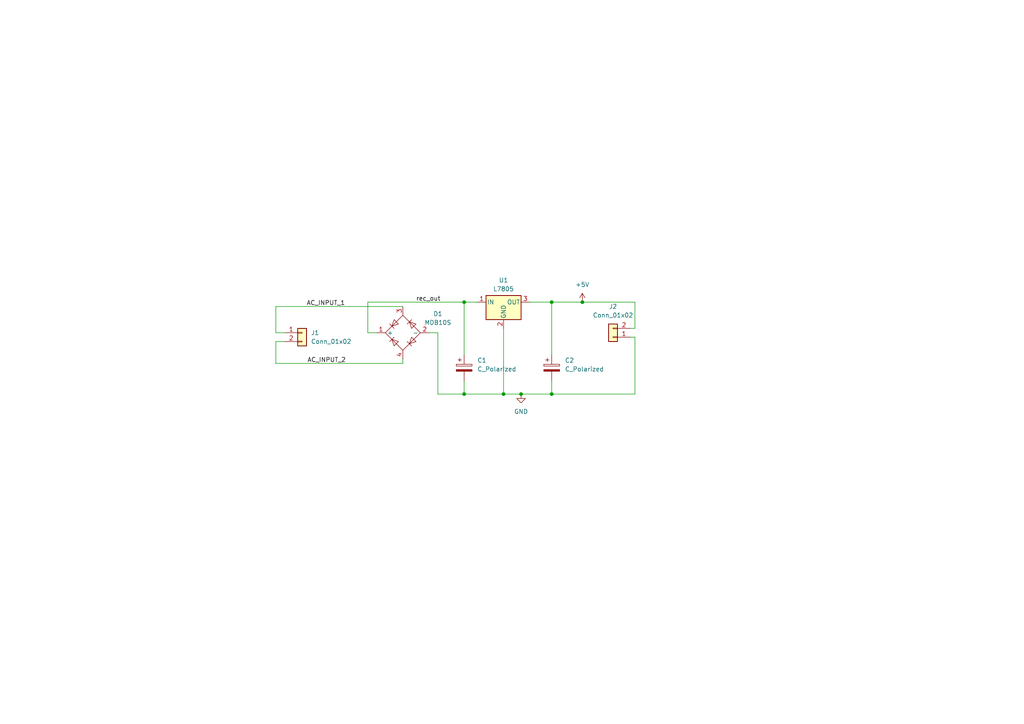
<source format=kicad_sch>
(kicad_sch (version 20231120) (generator "eeschema") (generator_version "8.0")
  (paper "A4")
  (lib_symbols
    (symbol "Connector_Generic:Conn_01x02" (pin_names (offset 1.016) hide)
      (property "Reference" "J" (at 0 2.54 0))
      (property "Value" "Conn_01x02" (at 0 -5.08 0))
      (symbol "Conn_01x02_1_1"
        (rectangle (start -1.27 -2.413) (end 0 -2.667) (stroke (width 0.1524)))
        (rectangle (start -1.27 0.127) (end 0 -0.127) (stroke (width 0.1524)))
        (rectangle (start -1.27 1.27) (end 1.27 -3.81) (stroke (width 0.254)) (fill (type background)))
        (pin passive line (at -5.08 0 0) (length 3.81) (name "Pin_1") (number "1"))
        (pin passive line (at -5.08 -2.54 0) (length 3.81) (name "Pin_2") (number "2"))
      )
    )
    (symbol "Device:C_Polarized" (pin_numbers hide) (pin_names (offset 0.254))
      (property "Reference" "C" (at 0.635 2.54 0))
      (property "Value" "C_Polarized" (at 0.635 -2.54 0))
      (symbol "C_Polarized_0_1"
        (rectangle (start -2.286 0.508) (end 2.286 1.016))
        (polyline (pts (xy -1.778 2.286) (xy -0.762 2.286)))
        (polyline (pts (xy -1.27 2.794) (xy -1.27 1.778)))
        (rectangle (start 2.286 -0.508) (end -2.286 -1.016) (fill (type outline)))
      )
      (symbol "C_Polarized_1_1"
        (pin passive line (at 0 3.81 270) (length 2.794) (name "~") (number "1"))
        (pin passive line (at 0 -3.81 90) (length 2.794) (name "~") (number "2"))
      )
    )
    (symbol "Diode_Bridge:MDB10S"
      (property "Reference" "D" (at 3.81 6.35 0))
      (property "Value" "MDB10S" (at 6.35 3.81 0))
      (symbol "MDB10S_1_1"
        (polyline (pts (xy -2.54 3.81) (xy -1.27 2.54)))
        (polyline (pts (xy -1.27 -2.54) (xy -2.54 -3.81)))
        (polyline (pts (xy 2.54 -1.27) (xy 3.81 -2.54)))
        (polyline (pts (xy 2.54 1.27) (xy 3.81 2.54)))
        (polyline (pts (xy -3.81 2.54) (xy -2.54 1.27) (xy -1.905 3.175) (xy -3.81 2.54)))
        (polyline (pts (xy -2.54 -1.27) (xy -3.81 -2.54) (xy -1.905 -3.175) (xy -2.54 -1.27)))
        (polyline (pts (xy 1.27 2.54) (xy 2.54 3.81) (xy 3.175 1.905) (xy 1.27 2.54)))
        (polyline (pts (xy 3.175 -1.905) (xy 1.27 -2.54) (xy 2.54 -3.81) (xy 3.175 -1.905)))
        (polyline (pts (xy -5.08 0) (xy 0 -5.08) (xy 5.08 0) (xy 0 5.08) (xy -5.08 0)))
        (pin passive line (at 7.62 0 180) (length 2.54) (name "+") (number "1"))
        (pin passive line (at -7.62 0 0) (length 2.54) (name "-") (number "2"))
        (pin passive line (at 0 -7.62 90) (length 2.54) (name "~") (number "3"))
        (pin passive line (at 0 7.62 270) (length 2.54) (name "~") (number "4"))
      )
    )
    (symbol "Regulator_Linear:L7805" (pin_names (offset 0.254))
      (property "Reference" "U" (at -3.81 3.175 0))
      (property "Value" "L7805" (at 0 3.175 0))
      (symbol "L7805_0_1"
        (rectangle (start -5.08 1.905) (end 5.08 -5.08) (stroke (width 0.254)) (fill (type background)))
      )
      (symbol "L7805_1_1"
        (pin power_in line (at -7.62 0 0) (length 2.54) (name "IN") (number "1"))
        (pin power_in line (at 0 -7.62 90) (length 2.54) (name "GND") (number "2"))
        (pin power_out line (at 7.62 0 180) (length 2.54) (name "OUT") (number "3"))
      )
    )
    (symbol "power:+5V" (power) (pin_numbers hide) (pin_names (offset 0) hide)
      (property "Value" "+5V" (at 0 3.556 0))
      (symbol "+5V_0_1"
        (polyline (pts (xy -0.762 1.27) (xy 0 2.54)))
        (polyline (pts (xy 0 0) (xy 0 2.54)))
        (polyline (pts (xy 0 2.54) (xy 0.762 1.27)))
      )
      (symbol "+5V_1_1"
        (pin power_in line (at 0 0 90) (length 0) (name "~") (number "1"))
      )
    )
    (symbol "power:GND" (power) (pin_numbers hide) (pin_names (offset 0) hide)
      (property "Value" "GND" (at 0 -3.81 0))
      (symbol "GND_0_1"
        (polyline (pts (xy 0 0) (xy 0 -1.27) (xy 1.27 -1.27) (xy 0 -2.54) (xy -1.27 -1.27) (xy 0 -1.27)))
      )
      (symbol "GND_1_1"
        (pin power_in line (at 0 0 270) (length 0) (name "~") (number "1"))
      )
    )
  )
  (junction (at 168.91 87.63))
  (junction (at 134.62 114.3))
  (junction (at 160.02 87.63))
  (junction (at 134.62 87.63))
  (junction (at 146.05 114.3))
  (junction (at 160.02 114.3))
  (junction (at 151.13 114.3))
  (wire (pts (xy 80.01 96.52) (xy 80.01 88.9)))
  (wire (pts (xy 184.15 97.79) (xy 184.15 114.3)))
  (wire (pts (xy 168.91 87.63) (xy 184.15 87.63)))
  (wire (pts (xy 109.22 96.52) (xy 106.68 96.52)))
  (wire (pts (xy 134.62 114.3) (xy 146.05 114.3)))
  (wire (pts (xy 127 96.52) (xy 127 114.3)))
  (wire (pts (xy 184.15 95.25) (xy 182.88 95.25)))
  (wire (pts (xy 82.55 96.52) (xy 80.01 96.52)))
  (wire (pts (xy 151.13 114.3) (xy 160.02 114.3)))
  (wire (pts (xy 160.02 87.63) (xy 168.91 87.63)))
  (wire (pts (xy 80.01 99.06) (xy 82.55 99.06)))
  (wire (pts (xy 124.46 96.52) (xy 127 96.52)))
  (wire (pts (xy 134.62 87.63) (xy 138.43 87.63)))
  (wire (pts (xy 106.68 87.63) (xy 134.62 87.63)))
  (wire (pts (xy 160.02 87.63) (xy 160.02 102.87)))
  (wire (pts (xy 116.84 105.41) (xy 80.01 105.41)))
  (wire (pts (xy 146.05 95.25) (xy 146.05 114.3)))
  (wire (pts (xy 80.01 88.9) (xy 116.84 88.9)))
  (wire (pts (xy 116.84 104.14) (xy 116.84 105.41)))
  (wire (pts (xy 134.62 110.49) (xy 134.62 114.3)))
  (wire (pts (xy 106.68 96.52) (xy 106.68 87.63)))
  (wire (pts (xy 134.62 114.3) (xy 127 114.3)))
  (wire (pts (xy 134.62 87.63) (xy 134.62 102.87)))
  (wire (pts (xy 80.01 105.41) (xy 80.01 99.06)))
  (wire (pts (xy 160.02 110.49) (xy 160.02 114.3)))
  (wire (pts (xy 184.15 87.63) (xy 184.15 95.25)))
  (wire (pts (xy 153.67 87.63) (xy 160.02 87.63)))
  (wire (pts (xy 182.88 97.79) (xy 184.15 97.79)))
  (wire (pts (xy 184.15 114.3) (xy 160.02 114.3)))
  (wire (pts (xy 146.05 114.3) (xy 151.13 114.3)))
  (label "rec_out" (at 120.65 87.63 0))
  (label "AC_INPUT_1" (at 88.9 88.9 0))
  (label "AC_INPUT_2" (at 100.33 105.41 180))
  (symbol (lib_id "Connector_Generic:Conn_01x02") (at 177.8 97.79 180) (unit 1)
    (property "Reference" "J2" (at 177.8 88.9 0))
    (property "Value" "Conn_01x02" (at 177.8 91.44 0))
    (property "Footprint" "TerminalBlock_Phoenix:TerminalBlock_Phoenix_MKDS-1,5-2_1x02_P5.00mm_Horizontal" (effects (hide yes)))
    (property "Description" "Generic connector, single row, 01x02, script generated (kicad-library-utils/schlib/autogen/connector/)" (effects (hide yes)))
  )
  (symbol (lib_id "Device:C_Polarized") (at 160.02 106.68 0) (unit 1)
    (property "Reference" "C2" (at 163.83 104.5209 0) (effects (justify left)))
    (property "Value" "C_Polarized" (at 163.83 107.0609 0) (effects (justify left)))
    (property "Footprint" "Capacitor_THT:CP_Radial_D5.0mm_P2.00mm" (effects (hide yes)))
    (property "Description" "Polarized capacitor" (effects (hide yes)))
  )
  (symbol (lib_id "Device:C_Polarized") (at 134.62 106.68 0) (unit 1)
    (property "Reference" "C1" (at 138.43 104.5209 0) (effects (justify left)))
    (property "Value" "C_Polarized" (at 138.43 107.0609 0) (effects (justify left)))
    (property "Footprint" "Capacitor_THT:CP_Radial_D5.0mm_P2.00mm" (effects (hide yes)))
    (property "Description" "Polarized capacitor" (effects (hide yes)))
  )
  (symbol (lib_id "Regulator_Linear:L7805") (at 146.05 87.63 0) (unit 1)
    (property "Reference" "U1" (at 146.05 81.28 0))
    (property "Value" "L7805" (at 146.05 83.82 0))
    (property "Footprint" "Package_TO_SOT_THT:TO-220-3_Vertical" (effects (hide yes)))
    (property "Datasheet" "http://www.st.com/content/ccc/resource/technical/document/datasheet/41/4f/b3/b0/12/d4/47/88/CD00000444.pdf/files/CD00000444.pdf/jcr:content/translations/en.CD00000444.pdf" (effects (hide yes)))
    (property "Description" "Positive 1.5A 35V Linear Regulator, Fixed Output 5V, TO-220/TO-263/TO-252" (effects (hide yes)))
  )
  (symbol (lib_id "Connector_Generic:Conn_01x02") (at 87.63 96.52 0) (unit 1)
    (property "Reference" "J1" (at 90.17 96.5199 0) (effects (justify left)))
    (property "Value" "Conn_01x02" (at 90.17 99.0599 0) (effects (justify left)))
    (property "Footprint" "TerminalBlock_Phoenix:TerminalBlock_Phoenix_MKDS-1,5-2_1x02_P5.00mm_Horizontal" (effects (hide yes)))
    (property "Description" "Generic connector, single row, 01x02, script generated (kicad-library-utils/schlib/autogen/connector/)" (effects (hide yes)))
  )
  (symbol (lib_id "Diode_Bridge:MDB10S") (at 116.84 96.52 180) (unit 1)
    (property "Reference" "D1" (at 127 91.0238 0))
    (property "Value" "MDB10S" (at 127 93.5638 0))
    (property "Footprint" "Package_SO:TSSOP-4_4.4x5mm_P4mm" (effects (hide yes)))
    (property "Datasheet" "https://www.onsemi.com/pub/Collateral/MDB8S-D.PDF" (effects (hide yes)))
    (property "Description" "Single-Phase Bridge Rectifier, 700V Vrms, 1A If, TSSOP-4" (effects (hide yes)))
  )
  (symbol (lib_id "power:GND") (at 151.13 114.3 0) (unit 1)
    (property "Reference" "#PWR02" (effects (hide yes)))
    (property "Value" "GND" (at 151.13 119.38 0))
    (property "Description" "Power symbol creates a global label with name \"GND\" , ground" (effects (hide yes)))
  )
  (symbol (lib_id "power:+5V") (at 168.91 87.63 0) (unit 1)
    (property "Reference" "#PWR01" (effects (hide yes)))
    (property "Value" "+5V" (at 168.91 82.55 0))
    (property "Description" "Power symbol creates a global label with name \"+5V\"" (effects (hide yes)))
  )
)
</source>
